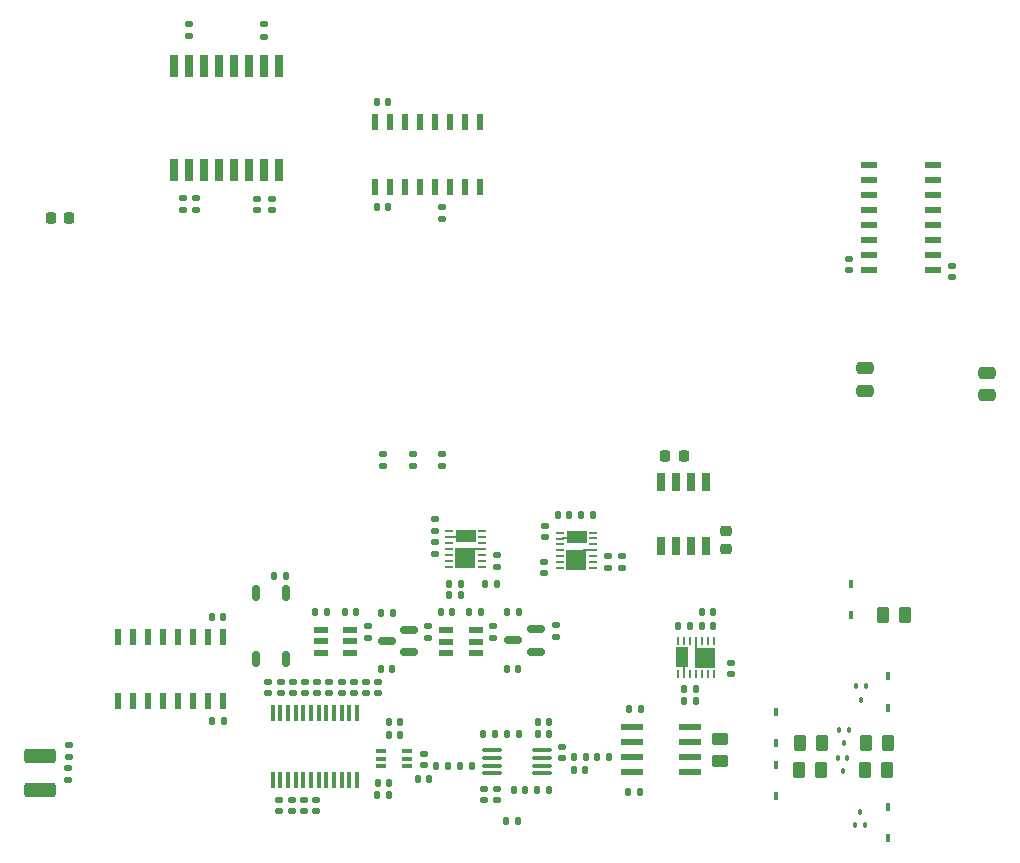
<source format=gbr>
%TF.GenerationSoftware,KiCad,Pcbnew,8.0.7*%
%TF.CreationDate,2025-03-10T13:05:35-04:00*%
%TF.ProjectId,dyno_inst_3,64796e6f-5f69-46e7-9374-5f332e6b6963,rev?*%
%TF.SameCoordinates,Original*%
%TF.FileFunction,Paste,Top*%
%TF.FilePolarity,Positive*%
%FSLAX46Y46*%
G04 Gerber Fmt 4.6, Leading zero omitted, Abs format (unit mm)*
G04 Created by KiCad (PCBNEW 8.0.7) date 2025-03-10 13:05:35*
%MOMM*%
%LPD*%
G01*
G04 APERTURE LIST*
G04 Aperture macros list*
%AMRoundRect*
0 Rectangle with rounded corners*
0 $1 Rounding radius*
0 $2 $3 $4 $5 $6 $7 $8 $9 X,Y pos of 4 corners*
0 Add a 4 corners polygon primitive as box body*
4,1,4,$2,$3,$4,$5,$6,$7,$8,$9,$2,$3,0*
0 Add four circle primitives for the rounded corners*
1,1,$1+$1,$2,$3*
1,1,$1+$1,$4,$5*
1,1,$1+$1,$6,$7*
1,1,$1+$1,$8,$9*
0 Add four rect primitives between the rounded corners*
20,1,$1+$1,$2,$3,$4,$5,0*
20,1,$1+$1,$4,$5,$6,$7,0*
20,1,$1+$1,$6,$7,$8,$9,0*
20,1,$1+$1,$8,$9,$2,$3,0*%
G04 Aperture macros list end*
%ADD10R,1.200000X0.600000*%
%ADD11R,0.650000X1.500000*%
%ADD12RoundRect,0.140000X-0.140000X-0.170000X0.140000X-0.170000X0.140000X0.170000X-0.140000X0.170000X0*%
%ADD13RoundRect,0.135000X-0.185000X0.135000X-0.185000X-0.135000X0.185000X-0.135000X0.185000X0.135000X0*%
%ADD14RoundRect,0.150000X0.587500X0.150000X-0.587500X0.150000X-0.587500X-0.150000X0.587500X-0.150000X0*%
%ADD15RoundRect,0.140000X0.140000X0.170000X-0.140000X0.170000X-0.140000X-0.170000X0.140000X-0.170000X0*%
%ADD16RoundRect,0.140000X-0.170000X0.140000X-0.170000X-0.140000X0.170000X-0.140000X0.170000X0.140000X0*%
%ADD17R,0.711200X0.254000*%
%ADD18R,0.711200X0.255562*%
%ADD19R,1.651000X1.778000*%
%ADD20R,1.651000X1.066800*%
%ADD21RoundRect,0.250000X0.475000X-0.250000X0.475000X0.250000X-0.475000X0.250000X-0.475000X-0.250000X0*%
%ADD22RoundRect,0.140000X0.170000X-0.140000X0.170000X0.140000X-0.170000X0.140000X-0.170000X-0.140000X0*%
%ADD23RoundRect,0.250000X0.262500X0.450000X-0.262500X0.450000X-0.262500X-0.450000X0.262500X-0.450000X0*%
%ADD24RoundRect,0.225000X0.225000X0.250000X-0.225000X0.250000X-0.225000X-0.250000X0.225000X-0.250000X0*%
%ADD25R,0.406400X0.749300*%
%ADD26R,0.640000X1.910000*%
%ADD27RoundRect,0.150000X-0.150000X0.500000X-0.150000X-0.500000X0.150000X-0.500000X0.150000X0.500000X0*%
%ADD28RoundRect,0.135000X0.135000X0.185000X-0.135000X0.185000X-0.135000X-0.185000X0.135000X-0.185000X0*%
%ADD29R,0.533400X1.461700*%
%ADD30RoundRect,0.250000X-1.075000X0.375000X-1.075000X-0.375000X1.075000X-0.375000X1.075000X0.375000X0*%
%ADD31R,0.876300X0.355600*%
%ADD32RoundRect,0.100000X-0.100000X0.125000X-0.100000X-0.125000X0.100000X-0.125000X0.100000X0.125000X0*%
%ADD33RoundRect,0.100000X0.712500X0.100000X-0.712500X0.100000X-0.712500X-0.100000X0.712500X-0.100000X0*%
%ADD34RoundRect,0.135000X-0.135000X-0.185000X0.135000X-0.185000X0.135000X0.185000X-0.135000X0.185000X0*%
%ADD35RoundRect,0.250000X-0.450000X0.262500X-0.450000X-0.262500X0.450000X-0.262500X0.450000X0.262500X0*%
%ADD36RoundRect,0.135000X0.185000X-0.135000X0.185000X0.135000X-0.185000X0.135000X-0.185000X-0.135000X0*%
%ADD37R,1.461700X0.533400*%
%ADD38R,1.981200X0.558800*%
%ADD39R,0.254000X0.711200*%
%ADD40R,0.255562X0.711200*%
%ADD41R,1.778000X1.651000*%
%ADD42R,1.066800X1.651000*%
%ADD43RoundRect,0.225000X-0.250000X0.225000X-0.250000X-0.225000X0.250000X-0.225000X0.250000X0.225000X0*%
%ADD44RoundRect,0.100000X0.100000X-0.125000X0.100000X0.125000X-0.100000X0.125000X-0.100000X-0.125000X0*%
%ADD45R,0.355600X1.473200*%
G04 APERTURE END LIST*
D10*
%TO.C,IC3*%
X146245050Y-94641074D03*
X146245050Y-95591074D03*
X146245050Y-96541074D03*
X148745050Y-96541074D03*
X148745050Y-95591074D03*
X148745050Y-94641074D03*
%TD*%
D11*
%TO.C,IC2*%
X178820784Y-82076326D03*
X177550784Y-82076326D03*
X176280784Y-82076326D03*
X175010784Y-82076326D03*
X175010784Y-87476326D03*
X176280784Y-87476326D03*
X177550784Y-87476326D03*
X178820784Y-87476326D03*
%TD*%
D12*
%TO.C,C2*%
X136990000Y-93564148D03*
X137950000Y-93564148D03*
%TD*%
D13*
%TO.C,R3*%
X156525000Y-79755000D03*
X156525000Y-80775000D03*
%TD*%
D14*
%TO.C,U8*%
X153737273Y-96487500D03*
X153737273Y-94587500D03*
X151862273Y-95537500D03*
%TD*%
D13*
%TO.C,R5*%
X150225000Y-94242076D03*
X150225000Y-95262076D03*
%TD*%
D15*
%TO.C,C36*%
X179445684Y-94267895D03*
X178485684Y-94267895D03*
%TD*%
%TO.C,C28*%
X146725050Y-93091074D03*
X145765050Y-93091074D03*
%TD*%
%TO.C,C48*%
X163508615Y-108167095D03*
X162548615Y-108167095D03*
%TD*%
D16*
%TO.C,C25*%
X190950000Y-63170000D03*
X190950000Y-64130000D03*
%TD*%
%TO.C,C91*%
X134550000Y-58085000D03*
X134550000Y-59045000D03*
%TD*%
D17*
%TO.C,U24*%
X169300000Y-89375000D03*
X169300000Y-88875001D03*
X169300000Y-88374999D03*
X169300000Y-87875000D03*
X169300000Y-87374998D03*
X169300000Y-86874999D03*
X169300000Y-86375000D03*
X166500000Y-86375000D03*
D18*
X166496370Y-86875780D03*
D17*
X166500000Y-87375001D03*
X166500000Y-87875000D03*
X166500000Y-88375002D03*
X166500000Y-88875001D03*
X166500000Y-89375000D03*
D18*
X168785263Y-87876630D03*
D19*
X167855000Y-88665000D03*
D20*
X167945000Y-86730000D03*
D18*
X167000000Y-86875000D03*
%TD*%
D13*
%TO.C,R10*%
X166139091Y-94235248D03*
X166139091Y-95255248D03*
%TD*%
D21*
%TO.C,C87*%
X202650000Y-74725000D03*
X202650000Y-72825000D03*
%TD*%
D22*
%TO.C,C80*%
X170579675Y-89358796D03*
X170579675Y-88398796D03*
%TD*%
D12*
%TO.C,C39*%
X176515000Y-94275000D03*
X177475000Y-94275000D03*
%TD*%
D15*
%TO.C,C1*%
X151910000Y-58799752D03*
X150950000Y-58799752D03*
%TD*%
D23*
%TO.C,R13*%
X194136723Y-106508188D03*
X192311723Y-106508188D03*
%TD*%
D24*
%TO.C,C16*%
X124900000Y-59700000D03*
X123350000Y-59700000D03*
%TD*%
D22*
%TO.C,C3*%
X199675496Y-64740000D03*
X199675496Y-63780000D03*
%TD*%
D12*
%TO.C,C75*%
X151040282Y-107550862D03*
X152000282Y-107550862D03*
%TD*%
%TO.C,C19*%
X160170000Y-90725000D03*
X161130000Y-90725000D03*
%TD*%
D25*
%TO.C,CR2*%
X184790801Y-101565122D03*
X184790801Y-104219422D03*
%TD*%
D26*
%TO.C,T1*%
X133810000Y-55660000D03*
X135080000Y-55660000D03*
X136350000Y-55660000D03*
X137620000Y-55660000D03*
X138890000Y-55660000D03*
X140160000Y-55660000D03*
X141430000Y-55660000D03*
X142700000Y-55660000D03*
X142700000Y-46890000D03*
X141430000Y-46890000D03*
X140160000Y-46890000D03*
X138890000Y-46890000D03*
X137620000Y-46890000D03*
X136350000Y-46890000D03*
X135080000Y-46890000D03*
X133810000Y-46890000D03*
%TD*%
D15*
%TO.C,C78*%
X152944276Y-102412061D03*
X151984276Y-102412061D03*
%TD*%
D27*
%TO.C,U23*%
X143265000Y-91500000D03*
X140725000Y-91500000D03*
X140725000Y-97100000D03*
X143265000Y-97100000D03*
%TD*%
D16*
%TO.C,C40*%
X180925000Y-97420000D03*
X180925000Y-98380000D03*
%TD*%
D22*
%TO.C,C14*%
X145924799Y-99960000D03*
X145924799Y-99000000D03*
%TD*%
D16*
%TO.C,C7*%
X144899799Y-98997876D03*
X144899799Y-99957876D03*
%TD*%
D22*
%TO.C,C84*%
X165162905Y-89790094D03*
X165162905Y-88830094D03*
%TD*%
D15*
%TO.C,C22*%
X158080000Y-90700000D03*
X157120000Y-90700000D03*
%TD*%
D28*
%TO.C,R23*%
X165543085Y-108164229D03*
X164523085Y-108164229D03*
%TD*%
D22*
%TO.C,C83*%
X165227660Y-86755671D03*
X165227660Y-85795671D03*
%TD*%
D23*
%TO.C,R21*%
X188577900Y-106493048D03*
X186752900Y-106493048D03*
%TD*%
D29*
%TO.C,U1*%
X137915000Y-95200496D03*
X136645000Y-95200496D03*
X135375000Y-95200496D03*
X134105000Y-95200496D03*
X132835000Y-95200496D03*
X131565000Y-95200496D03*
X130295000Y-95200496D03*
X129025000Y-95200496D03*
X129025000Y-100650000D03*
X130295000Y-100650000D03*
X131565000Y-100650000D03*
X132835000Y-100650000D03*
X134105000Y-100650000D03*
X135375000Y-100650000D03*
X136645000Y-100650000D03*
X137915000Y-100650000D03*
%TD*%
%TO.C,U2*%
X150780000Y-57074752D03*
X152050000Y-57074752D03*
X153320000Y-57074752D03*
X154590000Y-57074752D03*
X155860000Y-57074752D03*
X157130000Y-57074752D03*
X158400000Y-57074752D03*
X159670000Y-57074752D03*
X159670000Y-51625248D03*
X158400000Y-51625248D03*
X157130000Y-51625248D03*
X155860000Y-51625248D03*
X154590000Y-51625248D03*
X153320000Y-51625248D03*
X152050000Y-51625248D03*
X150780000Y-51625248D03*
%TD*%
D16*
%TO.C,C11*%
X141724799Y-98997876D03*
X141724799Y-99957876D03*
%TD*%
D22*
%TO.C,C53*%
X154945493Y-106084274D03*
X154945493Y-105124274D03*
%TD*%
D30*
%TO.C,L1*%
X122453000Y-105330000D03*
X122453000Y-108130000D03*
%TD*%
D22*
%TO.C,C43*%
X144824799Y-109962876D03*
X144824799Y-109002876D03*
%TD*%
D12*
%TO.C,C81*%
X168283633Y-84907499D03*
X169243633Y-84907499D03*
%TD*%
D31*
%TO.C,U19*%
X153570273Y-106164838D03*
X153570273Y-105514839D03*
X153570273Y-104864840D03*
X151347773Y-104864840D03*
X151347773Y-105514839D03*
X151347773Y-106164838D03*
%TD*%
D16*
%TO.C,C33*%
X124853000Y-106325000D03*
X124853000Y-107285000D03*
%TD*%
D22*
%TO.C,C41*%
X166616022Y-105447235D03*
X166616022Y-104487235D03*
%TD*%
D32*
%TO.C,U13*%
X190942288Y-103049104D03*
X190142288Y-103049104D03*
X190542288Y-104199104D03*
%TD*%
D33*
%TO.C,U14*%
X164919134Y-106759440D03*
X164919134Y-106109440D03*
X164919134Y-105459440D03*
X164919134Y-104809440D03*
X160694134Y-104809440D03*
X160694134Y-105459440D03*
X160694134Y-106109440D03*
X160694134Y-106759440D03*
%TD*%
D15*
%TO.C,C77*%
X152946571Y-103499064D03*
X151986571Y-103499064D03*
%TD*%
D28*
%TO.C,R26*%
X162991778Y-103404582D03*
X161971778Y-103404582D03*
%TD*%
D13*
%TO.C,R2*%
X151525000Y-79735000D03*
X151525000Y-80755000D03*
%TD*%
D12*
%TO.C,C31*%
X137040000Y-102339148D03*
X138000000Y-102339148D03*
%TD*%
D16*
%TO.C,C57*%
X160086613Y-108075000D03*
X160086613Y-109035000D03*
%TD*%
D28*
%TO.C,R11*%
X170648753Y-105378095D03*
X169628753Y-105378095D03*
%TD*%
D21*
%TO.C,C69*%
X192325000Y-74375000D03*
X192325000Y-72475000D03*
%TD*%
D12*
%TO.C,C82*%
X166274366Y-84897759D03*
X167234366Y-84897759D03*
%TD*%
D16*
%TO.C,C27*%
X155875000Y-87195000D03*
X155875000Y-88155000D03*
%TD*%
D28*
%TO.C,R29*%
X159022345Y-106106264D03*
X158002345Y-106106264D03*
%TD*%
D12*
%TO.C,C45*%
X172360137Y-101316370D03*
X173320137Y-101316370D03*
%TD*%
D16*
%TO.C,C6*%
X142724799Y-108997876D03*
X142724799Y-109957876D03*
%TD*%
%TO.C,C12*%
X150050000Y-99000000D03*
X150050000Y-99960000D03*
%TD*%
D25*
%TO.C,CR5*%
X191150000Y-90722850D03*
X191150000Y-93377150D03*
%TD*%
D16*
%TO.C,C5*%
X143799799Y-109002876D03*
X143799799Y-109962876D03*
%TD*%
%TO.C,C58*%
X161142719Y-108076520D03*
X161142719Y-109036520D03*
%TD*%
D25*
%TO.C,CR4*%
X194224799Y-112235026D03*
X194224799Y-109580726D03*
%TD*%
D15*
%TO.C,C61*%
X165554531Y-103428389D03*
X164594531Y-103428389D03*
%TD*%
D13*
%TO.C,R4*%
X154025000Y-79745000D03*
X154025000Y-80765000D03*
%TD*%
D34*
%TO.C,R7*%
X151290167Y-93190598D03*
X152310167Y-93190598D03*
%TD*%
D35*
%TO.C,R16*%
X180045137Y-103891370D03*
X180045137Y-105716370D03*
%TD*%
D25*
%TO.C,CR1*%
X184762666Y-108692461D03*
X184762666Y-106038161D03*
%TD*%
D22*
%TO.C,C20*%
X161150000Y-89260000D03*
X161150000Y-88300000D03*
%TD*%
D16*
%TO.C,C9*%
X151074799Y-99000000D03*
X151074799Y-99960000D03*
%TD*%
D12*
%TO.C,C35*%
X178487425Y-93117558D03*
X179447425Y-93117558D03*
%TD*%
D23*
%TO.C,R40*%
X195662500Y-93349999D03*
X193837500Y-93349999D03*
%TD*%
D15*
%TO.C,C47*%
X160960016Y-103385956D03*
X160000016Y-103385956D03*
%TD*%
%TO.C,C29*%
X152267223Y-97896426D03*
X151307223Y-97896426D03*
%TD*%
D12*
%TO.C,C76*%
X151014005Y-108579518D03*
X151974005Y-108579518D03*
%TD*%
D13*
%TO.C,R9*%
X155338520Y-94249340D03*
X155338520Y-95269340D03*
%TD*%
D16*
%TO.C,C92*%
X135625000Y-58080000D03*
X135625000Y-59040000D03*
%TD*%
D13*
%TO.C,R39*%
X124900000Y-104375000D03*
X124900000Y-105395000D03*
%TD*%
D16*
%TO.C,C13*%
X149024799Y-98997876D03*
X149024799Y-99957876D03*
%TD*%
D15*
%TO.C,C23*%
X157380000Y-93125000D03*
X156420000Y-93125000D03*
%TD*%
D32*
%TO.C,U17*%
X192375001Y-99400050D03*
X191575001Y-99400050D03*
X191975001Y-100550050D03*
%TD*%
D22*
%TO.C,C15*%
X146924799Y-99957876D03*
X146924799Y-98997876D03*
%TD*%
D34*
%TO.C,R37*%
X161940000Y-110800000D03*
X162960000Y-110800000D03*
%TD*%
D36*
%TO.C,R46*%
X141425000Y-44375000D03*
X141425000Y-43355000D03*
%TD*%
D15*
%TO.C,C37*%
X177980000Y-100675000D03*
X177020000Y-100675000D03*
%TD*%
%TO.C,C42*%
X168623035Y-106486314D03*
X167663035Y-106486314D03*
%TD*%
D16*
%TO.C,C10*%
X147999799Y-98997876D03*
X147999799Y-99957876D03*
%TD*%
D15*
%TO.C,C34*%
X173220137Y-108366370D03*
X172260137Y-108366370D03*
%TD*%
D23*
%TO.C,R14*%
X194245337Y-104192121D03*
X192420337Y-104192121D03*
%TD*%
D25*
%TO.C,CR3*%
X194297101Y-98547900D03*
X194297101Y-101202200D03*
%TD*%
D16*
%TO.C,C8*%
X143874799Y-98997876D03*
X143874799Y-99957876D03*
%TD*%
D12*
%TO.C,C32*%
X148265050Y-93091074D03*
X149225050Y-93091074D03*
%TD*%
D13*
%TO.C,R6*%
X160831185Y-94243565D03*
X160831185Y-95263565D03*
%TD*%
D16*
%TO.C,C94*%
X142075000Y-58090000D03*
X142075000Y-59050000D03*
%TD*%
D37*
%TO.C,U11*%
X198075000Y-64150000D03*
X198075000Y-62880000D03*
X198075000Y-61610000D03*
X198075000Y-60340000D03*
X198075000Y-59070000D03*
X198075000Y-57800000D03*
X198075000Y-56530000D03*
X198075000Y-55260000D03*
X192625496Y-55260000D03*
X192625496Y-56530000D03*
X192625496Y-57800000D03*
X192625496Y-59070000D03*
X192625496Y-60340000D03*
X192625496Y-61610000D03*
X192625496Y-62880000D03*
X192625496Y-64150000D03*
%TD*%
D13*
%TO.C,R1*%
X156475000Y-58840000D03*
X156475000Y-59860000D03*
%TD*%
D38*
%TO.C,U16*%
X177483937Y-106671370D03*
X177483937Y-105401370D03*
X177483937Y-104131370D03*
X177483937Y-102861370D03*
X172556337Y-102861370D03*
X172556337Y-104131370D03*
X172556337Y-105401370D03*
X172556337Y-106671370D03*
%TD*%
D12*
%TO.C,C38*%
X177020000Y-99625000D03*
X177980000Y-99625000D03*
%TD*%
D17*
%TO.C,U5*%
X159904675Y-89278796D03*
X159904675Y-88778797D03*
X159904675Y-88278795D03*
X159904675Y-87778796D03*
X159904675Y-87278794D03*
X159904675Y-86778795D03*
X159904675Y-86278796D03*
X157104675Y-86278796D03*
D18*
X157101045Y-86779576D03*
D17*
X157104675Y-87278797D03*
X157104675Y-87778796D03*
X157104675Y-88278798D03*
X157104675Y-88778797D03*
X157104675Y-89278796D03*
D18*
X159389938Y-87780426D03*
D19*
X158459675Y-88568796D03*
D20*
X158549675Y-86633796D03*
D18*
X157604675Y-86778796D03*
%TD*%
D15*
%TO.C,C30*%
X162953536Y-97898311D03*
X161993536Y-97898311D03*
%TD*%
D12*
%TO.C,C21*%
X157120000Y-91700000D03*
X158080000Y-91700000D03*
%TD*%
D15*
%TO.C,C24*%
X159755000Y-93100000D03*
X158795000Y-93100000D03*
%TD*%
D39*
%TO.C,U10*%
X179485000Y-95580000D03*
X178985001Y-95580000D03*
X178484999Y-95580000D03*
X177985000Y-95580000D03*
X177484998Y-95580000D03*
X176984999Y-95580000D03*
X176485000Y-95580000D03*
X176485000Y-98380000D03*
D40*
X176985780Y-98383630D03*
D39*
X177485001Y-98380000D03*
X177985000Y-98380000D03*
X178485002Y-98380000D03*
X178985001Y-98380000D03*
X179485000Y-98380000D03*
D40*
X177986630Y-96094737D03*
D41*
X178775000Y-97025000D03*
D42*
X176840000Y-96935000D03*
D40*
X176985000Y-97880000D03*
%TD*%
D43*
%TO.C,C70*%
X180525000Y-86225000D03*
X180525000Y-87775000D03*
%TD*%
D14*
%TO.C,U9*%
X164412500Y-96450000D03*
X164412500Y-94550000D03*
X162537500Y-95500000D03*
%TD*%
D22*
%TO.C,C44*%
X145849799Y-109962876D03*
X145849799Y-109002876D03*
%TD*%
D24*
%TO.C,C18*%
X176959866Y-79910695D03*
X175409866Y-79910695D03*
%TD*%
D28*
%TO.C,R30*%
X156989456Y-106100000D03*
X155969456Y-106100000D03*
%TD*%
%TO.C,R12*%
X168659799Y-105399482D03*
X167639799Y-105399482D03*
%TD*%
D34*
%TO.C,R8*%
X161985875Y-93137731D03*
X163005875Y-93137731D03*
%TD*%
D44*
%TO.C,U18*%
X191500001Y-111150050D03*
X192300001Y-111150050D03*
X191900001Y-110000050D03*
%TD*%
D23*
%TO.C,R22*%
X188645137Y-104191370D03*
X186820137Y-104191370D03*
%TD*%
D32*
%TO.C,U12*%
X190825000Y-105437500D03*
X190025000Y-105437500D03*
X190425000Y-106587500D03*
%TD*%
D22*
%TO.C,C26*%
X155875000Y-86205000D03*
X155875000Y-85245000D03*
%TD*%
D15*
%TO.C,C63*%
X165555353Y-102399706D03*
X164595353Y-102399706D03*
%TD*%
%TO.C,C54*%
X155385320Y-107224994D03*
X154425320Y-107224994D03*
%TD*%
D16*
%TO.C,C17*%
X142824799Y-98997876D03*
X142824799Y-99957876D03*
%TD*%
D34*
%TO.C,R41*%
X142240000Y-90025000D03*
X143260000Y-90025000D03*
%TD*%
D45*
%TO.C,U3*%
X149299798Y-101688476D03*
X148649799Y-101688476D03*
X147999801Y-101688476D03*
X147349800Y-101688476D03*
X146699801Y-101688476D03*
X146049800Y-101688476D03*
X145399801Y-101688476D03*
X144749800Y-101688476D03*
X144099801Y-101688476D03*
X143449800Y-101688476D03*
X142799801Y-101688476D03*
X142149800Y-101688476D03*
X142149800Y-107327276D03*
X142799799Y-107327276D03*
X143449800Y-107327276D03*
X144099798Y-107327276D03*
X144749800Y-107327276D03*
X145399798Y-107327276D03*
X146049797Y-107327276D03*
X146699798Y-107327276D03*
X147349797Y-107327276D03*
X147999798Y-107327276D03*
X148649797Y-107327276D03*
X149299798Y-107327276D03*
%TD*%
D10*
%TO.C,IC1*%
X156850000Y-94650000D03*
X156850000Y-95600000D03*
X156850000Y-96550000D03*
X159350000Y-96550000D03*
X159350000Y-95600000D03*
X159350000Y-94650000D03*
%TD*%
D36*
%TO.C,R45*%
X135100000Y-44310000D03*
X135100000Y-43290000D03*
%TD*%
D16*
%TO.C,C79*%
X171700000Y-88395000D03*
X171700000Y-89355000D03*
%TD*%
D15*
%TO.C,C4*%
X151925000Y-49925000D03*
X150965000Y-49925000D03*
%TD*%
D16*
%TO.C,C93*%
X140825000Y-58090000D03*
X140825000Y-59050000D03*
%TD*%
M02*

</source>
